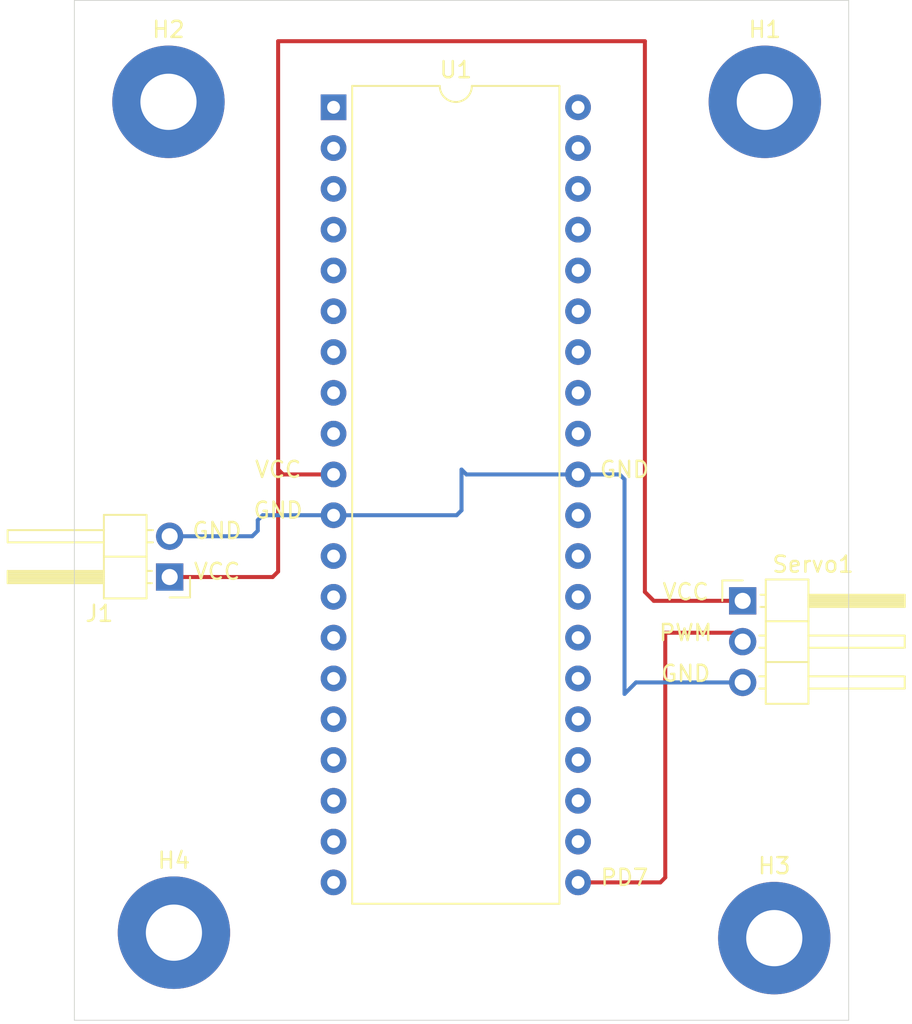
<source format=kicad_pcb>
(kicad_pcb (version 20171130) (host pcbnew "(5.1.9)-1")

  (general
    (thickness 1.6)
    (drawings 13)
    (tracks 30)
    (zones 0)
    (modules 7)
    (nets 40)
  )

  (page A4)
  (layers
    (0 F.Cu signal)
    (31 B.Cu signal)
    (32 B.Adhes user)
    (33 F.Adhes user)
    (34 B.Paste user)
    (35 F.Paste user)
    (36 B.SilkS user)
    (37 F.SilkS user)
    (38 B.Mask user)
    (39 F.Mask user)
    (40 Dwgs.User user)
    (41 Cmts.User user)
    (42 Eco1.User user)
    (43 Eco2.User user)
    (44 Edge.Cuts user)
    (45 Margin user)
    (46 B.CrtYd user)
    (47 F.CrtYd user)
    (48 B.Fab user)
    (49 F.Fab user)
  )

  (setup
    (last_trace_width 0.25)
    (trace_clearance 0.2)
    (zone_clearance 0.508)
    (zone_45_only no)
    (trace_min 0.2)
    (via_size 0.8)
    (via_drill 0.4)
    (via_min_size 0.4)
    (via_min_drill 0.3)
    (uvia_size 0.3)
    (uvia_drill 0.1)
    (uvias_allowed no)
    (uvia_min_size 0.2)
    (uvia_min_drill 0.1)
    (edge_width 0.05)
    (segment_width 0.2)
    (pcb_text_width 0.3)
    (pcb_text_size 1.5 1.5)
    (mod_edge_width 0.12)
    (mod_text_size 1 1)
    (mod_text_width 0.15)
    (pad_size 7 7)
    (pad_drill 3.5)
    (pad_to_mask_clearance 0)
    (aux_axis_origin 0 0)
    (visible_elements 7FFFFFFF)
    (pcbplotparams
      (layerselection 0x010fc_ffffffff)
      (usegerberextensions false)
      (usegerberattributes true)
      (usegerberadvancedattributes true)
      (creategerberjobfile true)
      (excludeedgelayer true)
      (linewidth 0.100000)
      (plotframeref false)
      (viasonmask false)
      (mode 1)
      (useauxorigin false)
      (hpglpennumber 1)
      (hpglpenspeed 20)
      (hpglpendiameter 15.000000)
      (psnegative false)
      (psa4output false)
      (plotreference true)
      (plotvalue true)
      (plotinvisibletext false)
      (padsonsilk false)
      (subtractmaskfromsilk false)
      (outputformat 1)
      (mirror false)
      (drillshape 1)
      (scaleselection 1)
      (outputdirectory ""))
  )

  (net 0 "")
  (net 1 "Net-(Servo1-Pad2)")
  (net 2 "Net-(U1-Pad1)")
  (net 3 "Net-(U1-Pad2)")
  (net 4 "Net-(U1-Pad22)")
  (net 5 "Net-(U1-Pad3)")
  (net 6 "Net-(U1-Pad23)")
  (net 7 "Net-(U1-Pad4)")
  (net 8 "Net-(U1-Pad24)")
  (net 9 "Net-(U1-Pad5)")
  (net 10 "Net-(U1-Pad25)")
  (net 11 "Net-(U1-Pad6)")
  (net 12 "Net-(U1-Pad26)")
  (net 13 "Net-(U1-Pad7)")
  (net 14 "Net-(U1-Pad27)")
  (net 15 "Net-(U1-Pad8)")
  (net 16 "Net-(U1-Pad28)")
  (net 17 "Net-(U1-Pad9)")
  (net 18 "Net-(U1-Pad29)")
  (net 19 "Net-(U1-Pad30)")
  (net 20 "Net-(U1-Pad12)")
  (net 21 "Net-(U1-Pad32)")
  (net 22 "Net-(U1-Pad13)")
  (net 23 "Net-(U1-Pad33)")
  (net 24 "Net-(U1-Pad14)")
  (net 25 "Net-(U1-Pad34)")
  (net 26 "Net-(U1-Pad15)")
  (net 27 "Net-(U1-Pad35)")
  (net 28 "Net-(U1-Pad16)")
  (net 29 "Net-(U1-Pad36)")
  (net 30 "Net-(U1-Pad17)")
  (net 31 "Net-(U1-Pad37)")
  (net 32 "Net-(U1-Pad18)")
  (net 33 "Net-(U1-Pad38)")
  (net 34 "Net-(U1-Pad19)")
  (net 35 "Net-(U1-Pad39)")
  (net 36 "Net-(U1-Pad20)")
  (net 37 "Net-(U1-Pad40)")
  (net 38 +5V)
  (net 39 GND)

  (net_class Default "This is the default net class."
    (clearance 0.2)
    (trace_width 0.25)
    (via_dia 0.8)
    (via_drill 0.4)
    (uvia_dia 0.3)
    (uvia_drill 0.1)
    (add_net +5V)
    (add_net GND)
    (add_net "Net-(Servo1-Pad2)")
    (add_net "Net-(U1-Pad1)")
    (add_net "Net-(U1-Pad12)")
    (add_net "Net-(U1-Pad13)")
    (add_net "Net-(U1-Pad14)")
    (add_net "Net-(U1-Pad15)")
    (add_net "Net-(U1-Pad16)")
    (add_net "Net-(U1-Pad17)")
    (add_net "Net-(U1-Pad18)")
    (add_net "Net-(U1-Pad19)")
    (add_net "Net-(U1-Pad2)")
    (add_net "Net-(U1-Pad20)")
    (add_net "Net-(U1-Pad22)")
    (add_net "Net-(U1-Pad23)")
    (add_net "Net-(U1-Pad24)")
    (add_net "Net-(U1-Pad25)")
    (add_net "Net-(U1-Pad26)")
    (add_net "Net-(U1-Pad27)")
    (add_net "Net-(U1-Pad28)")
    (add_net "Net-(U1-Pad29)")
    (add_net "Net-(U1-Pad3)")
    (add_net "Net-(U1-Pad30)")
    (add_net "Net-(U1-Pad32)")
    (add_net "Net-(U1-Pad33)")
    (add_net "Net-(U1-Pad34)")
    (add_net "Net-(U1-Pad35)")
    (add_net "Net-(U1-Pad36)")
    (add_net "Net-(U1-Pad37)")
    (add_net "Net-(U1-Pad38)")
    (add_net "Net-(U1-Pad39)")
    (add_net "Net-(U1-Pad4)")
    (add_net "Net-(U1-Pad40)")
    (add_net "Net-(U1-Pad5)")
    (add_net "Net-(U1-Pad6)")
    (add_net "Net-(U1-Pad7)")
    (add_net "Net-(U1-Pad8)")
    (add_net "Net-(U1-Pad9)")
  )

  (module MountingHole:MountingHole_3.5mm_Pad (layer F.Cu) (tedit 56D1B4CB) (tstamp 607A0708)
    (at 137.015001 74.895001)
    (descr "Mounting Hole 3.5mm")
    (tags "mounting hole 3.5mm")
    (path /6079E9FF)
    (attr virtual)
    (fp_text reference H1 (at 0 -4.5) (layer F.SilkS)
      (effects (font (size 1 1) (thickness 0.15)))
    )
    (fp_text value MountingHole (at 0 4.5) (layer F.Fab)
      (effects (font (size 1 1) (thickness 0.15)))
    )
    (fp_circle (center 0 0) (end 3.5 0) (layer Cmts.User) (width 0.15))
    (fp_circle (center 0 0) (end 3.75 0) (layer F.CrtYd) (width 0.05))
    (fp_text user %R (at 0.3 0) (layer F.Fab)
      (effects (font (size 1 1) (thickness 0.15)))
    )
    (pad 1 thru_hole circle (at 0 0) (size 7 7) (drill 3.5) (layers *.Cu *.Mask))
  )

  (module MountingHole:MountingHole_3.5mm_Pad (layer F.Cu) (tedit 56D1B4CB) (tstamp 607A0710)
    (at 99.845001 74.895001)
    (descr "Mounting Hole 3.5mm")
    (tags "mounting hole 3.5mm")
    (path /6079F006)
    (attr virtual)
    (fp_text reference H2 (at 0 -4.5) (layer F.SilkS)
      (effects (font (size 1 1) (thickness 0.15)))
    )
    (fp_text value MountingHole (at 0 4.5) (layer F.Fab)
      (effects (font (size 1 1) (thickness 0.15)))
    )
    (fp_circle (center 0 0) (end 3.5 0) (layer Cmts.User) (width 0.15))
    (fp_circle (center 0 0) (end 3.75 0) (layer F.CrtYd) (width 0.05))
    (fp_text user %R (at 0.3 0) (layer F.Fab)
      (effects (font (size 1 1) (thickness 0.15)))
    )
    (pad 1 thru_hole circle (at 0 0) (size 7 7) (drill 3.5) (layers *.Cu *.Mask))
  )

  (module MountingHole:MountingHole_3.5mm_Pad (layer F.Cu) (tedit 60799286) (tstamp 607A0718)
    (at 137.605001 126.965001)
    (descr "Mounting Hole 3.5mm")
    (tags "mounting hole 3.5mm")
    (path /6079EDBC)
    (attr virtual)
    (fp_text reference H3 (at 0 -4.5) (layer F.SilkS)
      (effects (font (size 1 1) (thickness 0.15)))
    )
    (fp_text value MountingHole (at 0 4.5) (layer F.Fab)
      (effects (font (size 1 1) (thickness 0.15)))
    )
    (fp_circle (center 0 0) (end 3.75 0) (layer F.CrtYd) (width 0.05))
    (fp_circle (center 0 0) (end 3.5 0) (layer Cmts.User) (width 0.15))
    (fp_text user %R (at 0.3 0) (layer F.Fab)
      (effects (font (size 1 1) (thickness 0.15)))
    )
    (pad 1 thru_hole circle (at 0 0) (size 7 7) (drill 3.5) (layers *.Cu *.Mask))
  )

  (module MountingHole:MountingHole_3.5mm_Pad (layer F.Cu) (tedit 56D1B4CB) (tstamp 607A0720)
    (at 100.185001 126.625001)
    (descr "Mounting Hole 3.5mm")
    (tags "mounting hole 3.5mm")
    (path /6079E65E)
    (attr virtual)
    (fp_text reference H4 (at 0 -4.5) (layer F.SilkS)
      (effects (font (size 1 1) (thickness 0.15)))
    )
    (fp_text value MountingHole (at 0 4.5) (layer F.Fab)
      (effects (font (size 1 1) (thickness 0.15)))
    )
    (fp_circle (center 0 0) (end 3.75 0) (layer F.CrtYd) (width 0.05))
    (fp_circle (center 0 0) (end 3.5 0) (layer Cmts.User) (width 0.15))
    (fp_text user %R (at 0.3 0) (layer F.Fab)
      (effects (font (size 1 1) (thickness 0.15)))
    )
    (pad 1 thru_hole circle (at 0 0) (size 7 7) (drill 3.5) (layers *.Cu *.Mask))
  )

  (module Connector_PinHeader_2.54mm:PinHeader_1x03_P2.54mm_Horizontal (layer F.Cu) (tedit 60799124) (tstamp 607A0760)
    (at 135.635001 105.965001)
    (descr "Through hole angled pin header, 1x03, 2.54mm pitch, 6mm pin length, single row")
    (tags "Through hole angled pin header THT 1x03 2.54mm single row")
    (path /607A1390)
    (fp_text reference Servo1 (at 4.385 -2.27) (layer F.SilkS)
      (effects (font (size 1 1) (thickness 0.15)))
    )
    (fp_text value Conn_01x03 (at 0.254999 8.334999) (layer F.Fab)
      (effects (font (size 1 1) (thickness 0.15)))
    )
    (fp_line (start 10.55 -1.8) (end -1.8 -1.8) (layer F.CrtYd) (width 0.05))
    (fp_line (start 10.55 6.85) (end 10.55 -1.8) (layer F.CrtYd) (width 0.05))
    (fp_line (start -1.8 6.85) (end 10.55 6.85) (layer F.CrtYd) (width 0.05))
    (fp_line (start -1.8 -1.8) (end -1.8 6.85) (layer F.CrtYd) (width 0.05))
    (fp_line (start -1.27 -1.27) (end 0 -1.27) (layer F.SilkS) (width 0.12))
    (fp_line (start -1.27 0) (end -1.27 -1.27) (layer F.SilkS) (width 0.12))
    (fp_line (start 1.042929 5.46) (end 1.44 5.46) (layer F.SilkS) (width 0.12))
    (fp_line (start 1.042929 4.7) (end 1.44 4.7) (layer F.SilkS) (width 0.12))
    (fp_line (start 10.1 5.46) (end 4.1 5.46) (layer F.SilkS) (width 0.12))
    (fp_line (start 10.1 4.7) (end 10.1 5.46) (layer F.SilkS) (width 0.12))
    (fp_line (start 4.1 4.7) (end 10.1 4.7) (layer F.SilkS) (width 0.12))
    (fp_line (start 1.44 3.81) (end 4.1 3.81) (layer F.SilkS) (width 0.12))
    (fp_line (start 1.042929 2.92) (end 1.44 2.92) (layer F.SilkS) (width 0.12))
    (fp_line (start 1.042929 2.16) (end 1.44 2.16) (layer F.SilkS) (width 0.12))
    (fp_line (start 10.1 2.92) (end 4.1 2.92) (layer F.SilkS) (width 0.12))
    (fp_line (start 10.1 2.16) (end 10.1 2.92) (layer F.SilkS) (width 0.12))
    (fp_line (start 4.1 2.16) (end 10.1 2.16) (layer F.SilkS) (width 0.12))
    (fp_line (start 1.44 1.27) (end 4.1 1.27) (layer F.SilkS) (width 0.12))
    (fp_line (start 1.11 0.38) (end 1.44 0.38) (layer F.SilkS) (width 0.12))
    (fp_line (start 1.11 -0.38) (end 1.44 -0.38) (layer F.SilkS) (width 0.12))
    (fp_line (start 4.1 0.28) (end 10.1 0.28) (layer F.SilkS) (width 0.12))
    (fp_line (start 4.1 0.16) (end 10.1 0.16) (layer F.SilkS) (width 0.12))
    (fp_line (start 4.1 0.04) (end 10.1 0.04) (layer F.SilkS) (width 0.12))
    (fp_line (start 4.1 -0.08) (end 10.1 -0.08) (layer F.SilkS) (width 0.12))
    (fp_line (start 4.1 -0.2) (end 10.1 -0.2) (layer F.SilkS) (width 0.12))
    (fp_line (start 4.1 -0.32) (end 10.1 -0.32) (layer F.SilkS) (width 0.12))
    (fp_line (start 10.1 0.38) (end 4.1 0.38) (layer F.SilkS) (width 0.12))
    (fp_line (start 10.1 -0.38) (end 10.1 0.38) (layer F.SilkS) (width 0.12))
    (fp_line (start 4.1 -0.38) (end 10.1 -0.38) (layer F.SilkS) (width 0.12))
    (fp_line (start 4.1 -1.33) (end 1.44 -1.33) (layer F.SilkS) (width 0.12))
    (fp_line (start 4.1 6.41) (end 4.1 -1.33) (layer F.SilkS) (width 0.12))
    (fp_line (start 1.44 6.41) (end 4.1 6.41) (layer F.SilkS) (width 0.12))
    (fp_line (start 1.44 -1.33) (end 1.44 6.41) (layer F.SilkS) (width 0.12))
    (fp_line (start 4.04 5.4) (end 10.04 5.4) (layer F.Fab) (width 0.1))
    (fp_line (start 10.04 4.76) (end 10.04 5.4) (layer F.Fab) (width 0.1))
    (fp_line (start 4.04 4.76) (end 10.04 4.76) (layer F.Fab) (width 0.1))
    (fp_line (start -0.32 5.4) (end 1.5 5.4) (layer F.Fab) (width 0.1))
    (fp_line (start -0.32 4.76) (end -0.32 5.4) (layer F.Fab) (width 0.1))
    (fp_line (start -0.32 4.76) (end 1.5 4.76) (layer F.Fab) (width 0.1))
    (fp_line (start 4.04 2.86) (end 10.04 2.86) (layer F.Fab) (width 0.1))
    (fp_line (start 10.04 2.22) (end 10.04 2.86) (layer F.Fab) (width 0.1))
    (fp_line (start 4.04 2.22) (end 10.04 2.22) (layer F.Fab) (width 0.1))
    (fp_line (start -0.32 2.86) (end 1.5 2.86) (layer F.Fab) (width 0.1))
    (fp_line (start -0.32 2.22) (end -0.32 2.86) (layer F.Fab) (width 0.1))
    (fp_line (start -0.32 2.22) (end 1.5 2.22) (layer F.Fab) (width 0.1))
    (fp_line (start 4.04 0.32) (end 10.04 0.32) (layer F.Fab) (width 0.1))
    (fp_line (start 10.04 -0.32) (end 10.04 0.32) (layer F.Fab) (width 0.1))
    (fp_line (start 4.04 -0.32) (end 10.04 -0.32) (layer F.Fab) (width 0.1))
    (fp_line (start -0.32 0.32) (end 1.5 0.32) (layer F.Fab) (width 0.1))
    (fp_line (start -0.32 -0.32) (end -0.32 0.32) (layer F.Fab) (width 0.1))
    (fp_line (start -0.32 -0.32) (end 1.5 -0.32) (layer F.Fab) (width 0.1))
    (fp_line (start 1.5 -0.635) (end 2.135 -1.27) (layer F.Fab) (width 0.1))
    (fp_line (start 1.5 6.35) (end 1.5 -0.635) (layer F.Fab) (width 0.1))
    (fp_line (start 4.04 6.35) (end 1.5 6.35) (layer F.Fab) (width 0.1))
    (fp_line (start 4.04 -1.27) (end 4.04 6.35) (layer F.Fab) (width 0.1))
    (fp_line (start 2.135 -1.27) (end 4.04 -1.27) (layer F.Fab) (width 0.1))
    (fp_text user %R (at 2.77 2.54 90) (layer F.Fab)
      (effects (font (size 1 1) (thickness 0.15)))
    )
    (pad 1 thru_hole rect (at 0 0) (size 1.7 1.7) (drill 1) (layers *.Cu *.Mask)
      (net 38 +5V))
    (pad 2 thru_hole oval (at 0 2.54) (size 1.7 1.7) (drill 1) (layers *.Cu *.Mask)
      (net 1 "Net-(Servo1-Pad2)"))
    (pad 3 thru_hole oval (at 0 5.08) (size 1.7 1.7) (drill 1) (layers *.Cu *.Mask)
      (net 39 GND))
    (model ${KISYS3DMOD}/Connector_PinHeader_2.54mm.3dshapes/PinHeader_1x03_P2.54mm_Horizontal.wrl
      (at (xyz 0 0 0))
      (scale (xyz 1 1 1))
      (rotate (xyz 0 0 0))
    )
  )

  (module Package_DIP:DIP-40_W15.24mm (layer F.Cu) (tedit 5A02E8C5) (tstamp 607A079C)
    (at 110.135001 75.235001)
    (descr "40-lead though-hole mounted DIP package, row spacing 15.24 mm (600 mils)")
    (tags "THT DIP DIL PDIP 2.54mm 15.24mm 600mil")
    (path /6079FBE3)
    (fp_text reference U1 (at 7.62 -2.33) (layer F.SilkS)
      (effects (font (size 1 1) (thickness 0.15)))
    )
    (fp_text value ATmega32-16PU (at 7.62 50.59) (layer F.Fab)
      (effects (font (size 1 1) (thickness 0.15)))
    )
    (fp_line (start 16.3 -1.55) (end -1.05 -1.55) (layer F.CrtYd) (width 0.05))
    (fp_line (start 16.3 49.8) (end 16.3 -1.55) (layer F.CrtYd) (width 0.05))
    (fp_line (start -1.05 49.8) (end 16.3 49.8) (layer F.CrtYd) (width 0.05))
    (fp_line (start -1.05 -1.55) (end -1.05 49.8) (layer F.CrtYd) (width 0.05))
    (fp_line (start 14.08 -1.33) (end 8.62 -1.33) (layer F.SilkS) (width 0.12))
    (fp_line (start 14.08 49.59) (end 14.08 -1.33) (layer F.SilkS) (width 0.12))
    (fp_line (start 1.16 49.59) (end 14.08 49.59) (layer F.SilkS) (width 0.12))
    (fp_line (start 1.16 -1.33) (end 1.16 49.59) (layer F.SilkS) (width 0.12))
    (fp_line (start 6.62 -1.33) (end 1.16 -1.33) (layer F.SilkS) (width 0.12))
    (fp_line (start 0.255 -0.27) (end 1.255 -1.27) (layer F.Fab) (width 0.1))
    (fp_line (start 0.255 49.53) (end 0.255 -0.27) (layer F.Fab) (width 0.1))
    (fp_line (start 14.985 49.53) (end 0.255 49.53) (layer F.Fab) (width 0.1))
    (fp_line (start 14.985 -1.27) (end 14.985 49.53) (layer F.Fab) (width 0.1))
    (fp_line (start 1.255 -1.27) (end 14.985 -1.27) (layer F.Fab) (width 0.1))
    (fp_arc (start 7.62 -1.33) (end 6.62 -1.33) (angle -180) (layer F.SilkS) (width 0.12))
    (fp_text user %R (at 7.62 24.13) (layer F.Fab)
      (effects (font (size 1 1) (thickness 0.15)))
    )
    (pad 1 thru_hole rect (at 0 0) (size 1.6 1.6) (drill 0.8) (layers *.Cu *.Mask)
      (net 2 "Net-(U1-Pad1)"))
    (pad 21 thru_hole oval (at 15.24 48.26) (size 1.6 1.6) (drill 0.8) (layers *.Cu *.Mask)
      (net 1 "Net-(Servo1-Pad2)"))
    (pad 2 thru_hole oval (at 0 2.54) (size 1.6 1.6) (drill 0.8) (layers *.Cu *.Mask)
      (net 3 "Net-(U1-Pad2)"))
    (pad 22 thru_hole oval (at 15.24 45.72) (size 1.6 1.6) (drill 0.8) (layers *.Cu *.Mask)
      (net 4 "Net-(U1-Pad22)"))
    (pad 3 thru_hole oval (at 0 5.08) (size 1.6 1.6) (drill 0.8) (layers *.Cu *.Mask)
      (net 5 "Net-(U1-Pad3)"))
    (pad 23 thru_hole oval (at 15.24 43.18) (size 1.6 1.6) (drill 0.8) (layers *.Cu *.Mask)
      (net 6 "Net-(U1-Pad23)"))
    (pad 4 thru_hole oval (at 0 7.62) (size 1.6 1.6) (drill 0.8) (layers *.Cu *.Mask)
      (net 7 "Net-(U1-Pad4)"))
    (pad 24 thru_hole oval (at 15.24 40.64) (size 1.6 1.6) (drill 0.8) (layers *.Cu *.Mask)
      (net 8 "Net-(U1-Pad24)"))
    (pad 5 thru_hole oval (at 0 10.16) (size 1.6 1.6) (drill 0.8) (layers *.Cu *.Mask)
      (net 9 "Net-(U1-Pad5)"))
    (pad 25 thru_hole oval (at 15.24 38.1) (size 1.6 1.6) (drill 0.8) (layers *.Cu *.Mask)
      (net 10 "Net-(U1-Pad25)"))
    (pad 6 thru_hole oval (at 0 12.7) (size 1.6 1.6) (drill 0.8) (layers *.Cu *.Mask)
      (net 11 "Net-(U1-Pad6)"))
    (pad 26 thru_hole oval (at 15.24 35.56) (size 1.6 1.6) (drill 0.8) (layers *.Cu *.Mask)
      (net 12 "Net-(U1-Pad26)"))
    (pad 7 thru_hole oval (at 0 15.24) (size 1.6 1.6) (drill 0.8) (layers *.Cu *.Mask)
      (net 13 "Net-(U1-Pad7)"))
    (pad 27 thru_hole oval (at 15.24 33.02) (size 1.6 1.6) (drill 0.8) (layers *.Cu *.Mask)
      (net 14 "Net-(U1-Pad27)"))
    (pad 8 thru_hole oval (at 0 17.78) (size 1.6 1.6) (drill 0.8) (layers *.Cu *.Mask)
      (net 15 "Net-(U1-Pad8)"))
    (pad 28 thru_hole oval (at 15.24 30.48) (size 1.6 1.6) (drill 0.8) (layers *.Cu *.Mask)
      (net 16 "Net-(U1-Pad28)"))
    (pad 9 thru_hole oval (at 0 20.32) (size 1.6 1.6) (drill 0.8) (layers *.Cu *.Mask)
      (net 17 "Net-(U1-Pad9)"))
    (pad 29 thru_hole oval (at 15.24 27.94) (size 1.6 1.6) (drill 0.8) (layers *.Cu *.Mask)
      (net 18 "Net-(U1-Pad29)"))
    (pad 10 thru_hole oval (at 0 22.86) (size 1.6 1.6) (drill 0.8) (layers *.Cu *.Mask)
      (net 38 +5V))
    (pad 30 thru_hole oval (at 15.24 25.4) (size 1.6 1.6) (drill 0.8) (layers *.Cu *.Mask)
      (net 19 "Net-(U1-Pad30)"))
    (pad 11 thru_hole oval (at 0 25.4) (size 1.6 1.6) (drill 0.8) (layers *.Cu *.Mask)
      (net 39 GND))
    (pad 31 thru_hole oval (at 15.24 22.86) (size 1.6 1.6) (drill 0.8) (layers *.Cu *.Mask)
      (net 39 GND))
    (pad 12 thru_hole oval (at 0 27.94) (size 1.6 1.6) (drill 0.8) (layers *.Cu *.Mask)
      (net 20 "Net-(U1-Pad12)"))
    (pad 32 thru_hole oval (at 15.24 20.32) (size 1.6 1.6) (drill 0.8) (layers *.Cu *.Mask)
      (net 21 "Net-(U1-Pad32)"))
    (pad 13 thru_hole oval (at 0 30.48) (size 1.6 1.6) (drill 0.8) (layers *.Cu *.Mask)
      (net 22 "Net-(U1-Pad13)"))
    (pad 33 thru_hole oval (at 15.24 17.78) (size 1.6 1.6) (drill 0.8) (layers *.Cu *.Mask)
      (net 23 "Net-(U1-Pad33)"))
    (pad 14 thru_hole oval (at 0 33.02) (size 1.6 1.6) (drill 0.8) (layers *.Cu *.Mask)
      (net 24 "Net-(U1-Pad14)"))
    (pad 34 thru_hole oval (at 15.24 15.24) (size 1.6 1.6) (drill 0.8) (layers *.Cu *.Mask)
      (net 25 "Net-(U1-Pad34)"))
    (pad 15 thru_hole oval (at 0 35.56) (size 1.6 1.6) (drill 0.8) (layers *.Cu *.Mask)
      (net 26 "Net-(U1-Pad15)"))
    (pad 35 thru_hole oval (at 15.24 12.7) (size 1.6 1.6) (drill 0.8) (layers *.Cu *.Mask)
      (net 27 "Net-(U1-Pad35)"))
    (pad 16 thru_hole oval (at 0 38.1) (size 1.6 1.6) (drill 0.8) (layers *.Cu *.Mask)
      (net 28 "Net-(U1-Pad16)"))
    (pad 36 thru_hole oval (at 15.24 10.16) (size 1.6 1.6) (drill 0.8) (layers *.Cu *.Mask)
      (net 29 "Net-(U1-Pad36)"))
    (pad 17 thru_hole oval (at 0 40.64) (size 1.6 1.6) (drill 0.8) (layers *.Cu *.Mask)
      (net 30 "Net-(U1-Pad17)"))
    (pad 37 thru_hole oval (at 15.24 7.62) (size 1.6 1.6) (drill 0.8) (layers *.Cu *.Mask)
      (net 31 "Net-(U1-Pad37)"))
    (pad 18 thru_hole oval (at 0 43.18) (size 1.6 1.6) (drill 0.8) (layers *.Cu *.Mask)
      (net 32 "Net-(U1-Pad18)"))
    (pad 38 thru_hole oval (at 15.24 5.08) (size 1.6 1.6) (drill 0.8) (layers *.Cu *.Mask)
      (net 33 "Net-(U1-Pad38)"))
    (pad 19 thru_hole oval (at 0 45.72) (size 1.6 1.6) (drill 0.8) (layers *.Cu *.Mask)
      (net 34 "Net-(U1-Pad19)"))
    (pad 39 thru_hole oval (at 15.24 2.54) (size 1.6 1.6) (drill 0.8) (layers *.Cu *.Mask)
      (net 35 "Net-(U1-Pad39)"))
    (pad 20 thru_hole oval (at 0 48.26) (size 1.6 1.6) (drill 0.8) (layers *.Cu *.Mask)
      (net 36 "Net-(U1-Pad20)"))
    (pad 40 thru_hole oval (at 15.24 0) (size 1.6 1.6) (drill 0.8) (layers *.Cu *.Mask)
      (net 37 "Net-(U1-Pad40)"))
    (model ${KISYS3DMOD}/Package_DIP.3dshapes/DIP-40_W15.24mm.wrl
      (at (xyz 0 0 0))
      (scale (xyz 1 1 1))
      (rotate (xyz 0 0 0))
    )
  )

  (module Connector_PinHeader_2.54mm:PinHeader_1x02_P2.54mm_Horizontal (layer F.Cu) (tedit 60799112) (tstamp 607A0960)
    (at 99.918812 104.482502 180)
    (descr "Through hole angled pin header, 1x02, 2.54mm pitch, 6mm pin length, single row")
    (tags "Through hole angled pin header THT 1x02 2.54mm single row")
    (path /607A8024)
    (fp_text reference J1 (at 4.385 -2.27 180) (layer F.SilkS)
      (effects (font (size 1 1) (thickness 0.15)))
    )
    (fp_text value Conn_01x02 (at 0.858812 5.422502 180) (layer F.Fab)
      (effects (font (size 1 1) (thickness 0.15)))
    )
    (fp_line (start 10.55 -1.8) (end -1.8 -1.8) (layer F.CrtYd) (width 0.05))
    (fp_line (start 10.55 4.35) (end 10.55 -1.8) (layer F.CrtYd) (width 0.05))
    (fp_line (start -1.8 4.35) (end 10.55 4.35) (layer F.CrtYd) (width 0.05))
    (fp_line (start -1.8 -1.8) (end -1.8 4.35) (layer F.CrtYd) (width 0.05))
    (fp_line (start -1.27 -1.27) (end 0 -1.27) (layer F.SilkS) (width 0.12))
    (fp_line (start -1.27 0) (end -1.27 -1.27) (layer F.SilkS) (width 0.12))
    (fp_line (start 1.042929 2.92) (end 1.44 2.92) (layer F.SilkS) (width 0.12))
    (fp_line (start 1.042929 2.16) (end 1.44 2.16) (layer F.SilkS) (width 0.12))
    (fp_line (start 10.1 2.92) (end 4.1 2.92) (layer F.SilkS) (width 0.12))
    (fp_line (start 10.1 2.16) (end 10.1 2.92) (layer F.SilkS) (width 0.12))
    (fp_line (start 4.1 2.16) (end 10.1 2.16) (layer F.SilkS) (width 0.12))
    (fp_line (start 1.44 1.27) (end 4.1 1.27) (layer F.SilkS) (width 0.12))
    (fp_line (start 1.11 0.38) (end 1.44 0.38) (layer F.SilkS) (width 0.12))
    (fp_line (start 1.11 -0.38) (end 1.44 -0.38) (layer F.SilkS) (width 0.12))
    (fp_line (start 4.1 0.28) (end 10.1 0.28) (layer F.SilkS) (width 0.12))
    (fp_line (start 4.1 0.16) (end 10.1 0.16) (layer F.SilkS) (width 0.12))
    (fp_line (start 4.1 0.04) (end 10.1 0.04) (layer F.SilkS) (width 0.12))
    (fp_line (start 4.1 -0.08) (end 10.1 -0.08) (layer F.SilkS) (width 0.12))
    (fp_line (start 4.1 -0.2) (end 10.1 -0.2) (layer F.SilkS) (width 0.12))
    (fp_line (start 4.1 -0.32) (end 10.1 -0.32) (layer F.SilkS) (width 0.12))
    (fp_line (start 10.1 0.38) (end 4.1 0.38) (layer F.SilkS) (width 0.12))
    (fp_line (start 10.1 -0.38) (end 10.1 0.38) (layer F.SilkS) (width 0.12))
    (fp_line (start 4.1 -0.38) (end 10.1 -0.38) (layer F.SilkS) (width 0.12))
    (fp_line (start 4.1 -1.33) (end 1.44 -1.33) (layer F.SilkS) (width 0.12))
    (fp_line (start 4.1 3.87) (end 4.1 -1.33) (layer F.SilkS) (width 0.12))
    (fp_line (start 1.44 3.87) (end 4.1 3.87) (layer F.SilkS) (width 0.12))
    (fp_line (start 1.44 -1.33) (end 1.44 3.87) (layer F.SilkS) (width 0.12))
    (fp_line (start 4.04 2.86) (end 10.04 2.86) (layer F.Fab) (width 0.1))
    (fp_line (start 10.04 2.22) (end 10.04 2.86) (layer F.Fab) (width 0.1))
    (fp_line (start 4.04 2.22) (end 10.04 2.22) (layer F.Fab) (width 0.1))
    (fp_line (start -0.32 2.86) (end 1.5 2.86) (layer F.Fab) (width 0.1))
    (fp_line (start -0.32 2.22) (end -0.32 2.86) (layer F.Fab) (width 0.1))
    (fp_line (start -0.32 2.22) (end 1.5 2.22) (layer F.Fab) (width 0.1))
    (fp_line (start 4.04 0.32) (end 10.04 0.32) (layer F.Fab) (width 0.1))
    (fp_line (start 10.04 -0.32) (end 10.04 0.32) (layer F.Fab) (width 0.1))
    (fp_line (start 4.04 -0.32) (end 10.04 -0.32) (layer F.Fab) (width 0.1))
    (fp_line (start -0.32 0.32) (end 1.5 0.32) (layer F.Fab) (width 0.1))
    (fp_line (start -0.32 -0.32) (end -0.32 0.32) (layer F.Fab) (width 0.1))
    (fp_line (start -0.32 -0.32) (end 1.5 -0.32) (layer F.Fab) (width 0.1))
    (fp_line (start 1.5 -0.635) (end 2.135 -1.27) (layer F.Fab) (width 0.1))
    (fp_line (start 1.5 3.81) (end 1.5 -0.635) (layer F.Fab) (width 0.1))
    (fp_line (start 4.04 3.81) (end 1.5 3.81) (layer F.Fab) (width 0.1))
    (fp_line (start 4.04 -1.27) (end 4.04 3.81) (layer F.Fab) (width 0.1))
    (fp_line (start 2.135 -1.27) (end 4.04 -1.27) (layer F.Fab) (width 0.1))
    (fp_text user %R (at 2.77 1.27 270) (layer F.Fab)
      (effects (font (size 1 1) (thickness 0.15)))
    )
    (pad 1 thru_hole rect (at 0 0 180) (size 1.7 1.7) (drill 1) (layers *.Cu *.Mask)
      (net 38 +5V))
    (pad 2 thru_hole oval (at 0 2.54 180) (size 1.7 1.7) (drill 1) (layers *.Cu *.Mask)
      (net 39 GND))
    (model ${KISYS3DMOD}/Connector_PinHeader_2.54mm.3dshapes/PinHeader_1x02_P2.54mm_Horizontal.wrl
      (at (xyz 0 0 0))
      (scale (xyz 1 1 1))
      (rotate (xyz 0 0 0))
    )
  )

  (gr_text "GND\n" (at 128.27 97.79) (layer F.SilkS) (tstamp 6079C432)
    (effects (font (size 1 1) (thickness 0.15)))
  )
  (gr_text "VCC\n" (at 106.68 97.79) (layer F.SilkS)
    (effects (font (size 1 1) (thickness 0.15)))
  )
  (gr_text "GND\n" (at 102.87 101.6) (layer F.SilkS)
    (effects (font (size 1 1) (thickness 0.15)))
  )
  (gr_text "VCC\n" (at 102.87 104.14) (layer F.SilkS)
    (effects (font (size 1 1) (thickness 0.15)))
  )
  (gr_text "GND\n" (at 106.68 100.33) (layer F.SilkS)
    (effects (font (size 1 1) (thickness 0.15)))
  )
  (gr_text "VCC\n" (at 132.08 105.41) (layer F.SilkS)
    (effects (font (size 1 1) (thickness 0.15)))
  )
  (gr_text "PWM\n" (at 132.08 107.95) (layer F.SilkS)
    (effects (font (size 1 1) (thickness 0.15)))
  )
  (gr_text "GND\n" (at 132.08 110.49) (layer F.SilkS)
    (effects (font (size 1 1) (thickness 0.15)))
  )
  (gr_text "PD7\n" (at 128.27 123.19) (layer F.SilkS)
    (effects (font (size 1 1) (thickness 0.15)))
  )
  (gr_line (start 93.98 132.08) (end 142.24 132.08) (angle 90) (layer Edge.Cuts) (width 0.05))
  (gr_line (start 93.98 68.58) (end 93.98 132.08) (angle 90) (layer Edge.Cuts) (width 0.05))
  (gr_line (start 142.24 68.58) (end 93.98 68.58) (angle 90) (layer Edge.Cuts) (width 0.05))
  (gr_line (start 142.24 132.08) (end 142.24 68.58) (angle 90) (layer Edge.Cuts) (width 0.05))

  (segment (start 125.375001 123.495001) (end 130.504999 123.495001) (width 0.25) (layer F.Cu) (net 1) (status 400000))
  (segment (start 135.08 107.95) (end 135.635001 108.505001) (width 0.25) (layer F.Cu) (net 1) (tstamp 607A0B2C) (status C00000))
  (segment (start 130.81 107.95) (end 135.08 107.95) (width 0.25) (layer F.Cu) (net 1) (status 800000))
  (segment (start 130.504999 123.495001) (end 130.81 123.19) (width 0.25) (layer F.Cu) (net 1) (tstamp 607A0B28))
  (segment (start 130.81 123.19) (end 130.81 107.95) (width 0.25) (layer F.Cu) (net 1) (tstamp 607A0B29))
  (segment (start 99.918812 104.482502) (end 106.337498 104.482502) (width 0.25) (layer F.Cu) (net 38) (status 400000))
  (segment (start 106.985001 98.095001) (end 110.135001 98.095001) (width 0.25) (layer F.Cu) (net 38) (tstamp 6079BD10) (status 800000))
  (segment (start 106.68 97.79) (end 106.985001 98.095001) (width 0.25) (layer F.Cu) (net 38) (tstamp 6079BD0E))
  (segment (start 106.68 104.14) (end 106.68 97.79) (width 0.25) (layer F.Cu) (net 38) (tstamp 6079BD0C))
  (segment (start 106.337498 104.482502) (end 106.68 104.14) (width 0.25) (layer F.Cu) (net 38) (tstamp 6079BD0A))
  (segment (start 106.68 97.79) (end 106.68 71.12) (width 0.25) (layer F.Cu) (net 38))
  (segment (start 130.095001 105.965001) (end 135.635001 105.965001) (width 0.25) (layer F.Cu) (net 38) (tstamp 6079BD25) (status 800000))
  (segment (start 129.54 105.41) (end 130.095001 105.965001) (width 0.25) (layer F.Cu) (net 38) (tstamp 6079BD20))
  (segment (start 129.54 71.12) (end 129.54 105.41) (width 0.25) (layer F.Cu) (net 38) (tstamp 6079BD1D))
  (segment (start 106.68 71.12) (end 129.54 71.12) (width 0.25) (layer F.Cu) (net 38) (tstamp 6079BD19))
  (segment (start 125.375001 98.095001) (end 127.964999 98.095001) (width 0.25) (layer B.Cu) (net 39) (status 400000))
  (segment (start 128.984999 111.045001) (end 135.635001 111.045001) (width 0.25) (layer B.Cu) (net 39) (tstamp 6079C311) (status 800000))
  (segment (start 128.27 111.76) (end 128.984999 111.045001) (width 0.25) (layer B.Cu) (net 39) (tstamp 6079C30E))
  (segment (start 128.27 98.400002) (end 128.27 111.76) (width 0.25) (layer B.Cu) (net 39) (tstamp 6079C30C))
  (segment (start 127.964999 98.095001) (end 128.27 98.400002) (width 0.25) (layer B.Cu) (net 39) (tstamp 6079C30B))
  (segment (start 110.135001 100.635001) (end 117.804999 100.635001) (width 0.25) (layer B.Cu) (net 39) (status 400000))
  (segment (start 118.415001 98.095001) (end 125.375001 98.095001) (width 0.25) (layer B.Cu) (net 39) (tstamp 6079C320) (status 800000))
  (segment (start 118.11 97.79) (end 118.415001 98.095001) (width 0.25) (layer B.Cu) (net 39) (tstamp 6079C31E))
  (segment (start 118.11 100.33) (end 118.11 97.79) (width 0.25) (layer B.Cu) (net 39) (tstamp 6079C31C))
  (segment (start 117.804999 100.635001) (end 118.11 100.33) (width 0.25) (layer B.Cu) (net 39) (tstamp 6079C31B))
  (segment (start 110.135001 100.635001) (end 105.715001 100.635001) (width 0.25) (layer B.Cu) (net 39) (status 400000))
  (segment (start 105.067498 101.942502) (end 105.41 101.6) (width 0.25) (layer B.Cu) (net 39) (tstamp 6079C394))
  (segment (start 105.067498 101.942502) (end 99.918812 101.942502) (width 0.25) (layer B.Cu) (net 39) (status 800000))
  (segment (start 105.715001 100.635001) (end 105.41 100.940002) (width 0.25) (layer B.Cu) (net 39) (tstamp 6079C390))
  (segment (start 105.41 100.940002) (end 105.41 101.6) (width 0.25) (layer B.Cu) (net 39) (tstamp 6079C391))

)

</source>
